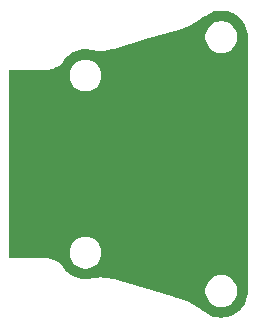
<source format=gbr>
%TF.GenerationSoftware,KiCad,Pcbnew,8.99.0-344-gfbc433deaa*%
%TF.CreationDate,2024-04-11T02:15:13-04:00*%
%TF.ProjectId,typeA,74797065-412e-46b6-9963-61645f706362,rev?*%
%TF.SameCoordinates,Original*%
%TF.FileFunction,Copper,L2,Bot*%
%TF.FilePolarity,Positive*%
%FSLAX46Y46*%
G04 Gerber Fmt 4.6, Leading zero omitted, Abs format (unit mm)*
G04 Created by KiCad (PCBNEW 8.99.0-344-gfbc433deaa) date 2024-04-11 02:15:13*
%MOMM*%
%LPD*%
G01*
G04 APERTURE LIST*
%TA.AperFunction,ComponentPad*%
%ADD10O,3.300000X1.500000*%
%TD*%
%TA.AperFunction,ComponentPad*%
%ADD11O,2.300000X1.500000*%
%TD*%
%TA.AperFunction,ViaPad*%
%ADD12C,0.450000*%
%TD*%
G04 APERTURE END LIST*
D10*
%TO.P,J1,SH,SH*%
%TO.N,GND*%
X174755000Y-90750000D03*
X174755000Y-105250000D03*
D11*
X180715000Y-90750000D03*
X180715000Y-105250000D03*
%TD*%
D12*
%TO.N,GND*%
X172218582Y-88957750D03*
X178903314Y-86844415D03*
X183310000Y-88840000D03*
X183260000Y-106960000D03*
X178660000Y-88810000D03*
X176470000Y-89400000D03*
X172100000Y-91760000D03*
X168480000Y-91940000D03*
X166190000Y-92440000D03*
X166130000Y-105130000D03*
X166100000Y-90430000D03*
X164850000Y-94780000D03*
X164850000Y-97330000D03*
X164830000Y-99920000D03*
X165530000Y-102750000D03*
X174490000Y-92380000D03*
X179200000Y-91750000D03*
X183170000Y-93670000D03*
X179030000Y-96470000D03*
X183180000Y-98890000D03*
X179160000Y-101250000D03*
X183330000Y-104500000D03*
X179020000Y-106260000D03*
X178390000Y-108690000D03*
X173070000Y-106920000D03*
X175440000Y-103430000D03*
X172130000Y-103910000D03*
X168220000Y-103810000D03*
X175700000Y-101500000D03*
X175700000Y-98500000D03*
X175700000Y-97000000D03*
X175700000Y-95500000D03*
X175700000Y-94000000D03*
X166600000Y-94000000D03*
X166600000Y-95500000D03*
X166600000Y-97000000D03*
X166600000Y-98500000D03*
X166600000Y-101500000D03*
X171400000Y-101000000D03*
X169100000Y-101000000D03*
X171400000Y-97900000D03*
X169100000Y-97900000D03*
X169100000Y-94800000D03*
X171400000Y-94800000D03*
%TD*%
%TA.AperFunction,Conductor*%
%TO.N,GND*%
G36*
X181974384Y-85015970D02*
G01*
X181981964Y-85016745D01*
X182245485Y-85060085D01*
X182252937Y-85061785D01*
X182329940Y-85084380D01*
X182509187Y-85136976D01*
X182516371Y-85139570D01*
X182761536Y-85245498D01*
X182768351Y-85248951D01*
X182998737Y-85384018D01*
X183005075Y-85388275D01*
X183217249Y-85550466D01*
X183223028Y-85555473D01*
X183413793Y-85742345D01*
X183418918Y-85748019D01*
X183585448Y-85956802D01*
X183589841Y-85963060D01*
X183729627Y-86190609D01*
X183733223Y-86197357D01*
X183844173Y-86440265D01*
X183846919Y-86447402D01*
X183927380Y-86702053D01*
X183929233Y-86709471D01*
X183977996Y-86972031D01*
X183978930Y-86979620D01*
X183995383Y-87248090D01*
X183995500Y-87251913D01*
X183995500Y-108748086D01*
X183995383Y-108751909D01*
X183978930Y-109020379D01*
X183977996Y-109027968D01*
X183929233Y-109290528D01*
X183927380Y-109297946D01*
X183846919Y-109552597D01*
X183844173Y-109559734D01*
X183733223Y-109802642D01*
X183729627Y-109809390D01*
X183589841Y-110036939D01*
X183585448Y-110043197D01*
X183418918Y-110251980D01*
X183413793Y-110257654D01*
X183223028Y-110444526D01*
X183217249Y-110449533D01*
X183005080Y-110611721D01*
X182998733Y-110615984D01*
X182768354Y-110751046D01*
X182761533Y-110754503D01*
X182516377Y-110860426D01*
X182509185Y-110863023D01*
X182252937Y-110938214D01*
X182245483Y-110939914D01*
X181981978Y-110983252D01*
X181974371Y-110984030D01*
X181707526Y-110994867D01*
X181699881Y-110994709D01*
X181433722Y-110972881D01*
X181426156Y-110971791D01*
X181367381Y-110959617D01*
X181164651Y-110917625D01*
X181157273Y-110915619D01*
X180904343Y-110829927D01*
X180897264Y-110827035D01*
X180656685Y-110711095D01*
X180650014Y-110707360D01*
X180423823Y-110561902D01*
X180420671Y-110559737D01*
X180230176Y-110420058D01*
X180230162Y-110420049D01*
X179830593Y-110161091D01*
X179830584Y-110161086D01*
X179830575Y-110161080D01*
X179416713Y-109925568D01*
X179416705Y-109925564D01*
X179416698Y-109925560D01*
X179416696Y-109925559D01*
X178989965Y-109714301D01*
X178551749Y-109527984D01*
X178240662Y-109416419D01*
X178103523Y-109367237D01*
X177988394Y-109333296D01*
X177931223Y-109316441D01*
X177931215Y-109316438D01*
X177875151Y-109299910D01*
X177827808Y-109285953D01*
X177827797Y-109285951D01*
X176370289Y-108856284D01*
X180399500Y-108856284D01*
X180399501Y-108856300D01*
X180432753Y-109066240D01*
X180432753Y-109066241D01*
X180498442Y-109268410D01*
X180498446Y-109268418D01*
X180594949Y-109457817D01*
X180719897Y-109629794D01*
X180870205Y-109780102D01*
X181042182Y-109905050D01*
X181042184Y-109905051D01*
X181231588Y-110001557D01*
X181433757Y-110067246D01*
X181522244Y-110081261D01*
X181643699Y-110100498D01*
X181643705Y-110100498D01*
X181643713Y-110100500D01*
X181643715Y-110100500D01*
X181856285Y-110100500D01*
X181856287Y-110100500D01*
X182066243Y-110067246D01*
X182268412Y-110001557D01*
X182457816Y-109905051D01*
X182629792Y-109780104D01*
X182780104Y-109629792D01*
X182905051Y-109457816D01*
X183001557Y-109268412D01*
X183067246Y-109066243D01*
X183100500Y-108856287D01*
X183100500Y-108643713D01*
X183067246Y-108433757D01*
X183001557Y-108231588D01*
X182905051Y-108042184D01*
X182780104Y-107870208D01*
X182780102Y-107870205D01*
X182629794Y-107719897D01*
X182457817Y-107594949D01*
X182268418Y-107498446D01*
X182268410Y-107498442D01*
X182066241Y-107432753D01*
X181856300Y-107399501D01*
X181856288Y-107399500D01*
X181856287Y-107399500D01*
X181643713Y-107399500D01*
X181643711Y-107399500D01*
X181643699Y-107399501D01*
X181433759Y-107432753D01*
X181433758Y-107432753D01*
X181231589Y-107498442D01*
X181231581Y-107498446D01*
X181042182Y-107594949D01*
X180870205Y-107719897D01*
X180719897Y-107870205D01*
X180594949Y-108042182D01*
X180498446Y-108231581D01*
X180498442Y-108231589D01*
X180432753Y-108433758D01*
X180432753Y-108433759D01*
X180399501Y-108643699D01*
X180399500Y-108643715D01*
X180399500Y-108856284D01*
X176370289Y-108856284D01*
X174101647Y-108187498D01*
X172672673Y-107766242D01*
X172672670Y-107766241D01*
X172670018Y-107765460D01*
X172670016Y-107765459D01*
X172626972Y-107752771D01*
X172626971Y-107752770D01*
X172626969Y-107752770D01*
X172573351Y-107736963D01*
X172573280Y-107736948D01*
X172474528Y-107707823D01*
X172163097Y-107644028D01*
X171847434Y-107606785D01*
X171847430Y-107606784D01*
X171847424Y-107606784D01*
X171847416Y-107606783D01*
X171847406Y-107606783D01*
X171529719Y-107596347D01*
X171529715Y-107596347D01*
X171212281Y-107612796D01*
X170897337Y-107656015D01*
X170744127Y-107690459D01*
X170740417Y-107691176D01*
X170709989Y-107696106D01*
X170478405Y-107733626D01*
X170470898Y-107734380D01*
X170207602Y-107744873D01*
X170200058Y-107744718D01*
X169937406Y-107723407D01*
X169929937Y-107722344D01*
X169671770Y-107669540D01*
X169664483Y-107667585D01*
X169414557Y-107584055D01*
X169407559Y-107581236D01*
X169169520Y-107468202D01*
X169162912Y-107464560D01*
X169060086Y-107399501D01*
X168940222Y-107323661D01*
X168934111Y-107319256D01*
X168730028Y-107152555D01*
X168724486Y-107147441D01*
X168541967Y-106957353D01*
X168537080Y-106951606D01*
X168377655Y-106739389D01*
X168375480Y-106736304D01*
X168349069Y-106696334D01*
X168348482Y-106695595D01*
X168312050Y-106640527D01*
X168312046Y-106640522D01*
X168157152Y-106465619D01*
X167979206Y-106314214D01*
X167781750Y-106189320D01*
X167781748Y-106189319D01*
X167568706Y-106093417D01*
X167568704Y-106093416D01*
X167568701Y-106093415D01*
X167344289Y-106028404D01*
X167112968Y-105995576D01*
X167112966Y-105995575D01*
X167112959Y-105995575D01*
X167052954Y-105995536D01*
X167052584Y-105995500D01*
X167046779Y-105995500D01*
X163906156Y-105995500D01*
X163893962Y-105994299D01*
X163856512Y-105986849D01*
X163833983Y-105977517D01*
X163807453Y-105959790D01*
X163790209Y-105942546D01*
X163772482Y-105916016D01*
X163763150Y-105893486D01*
X163755701Y-105856036D01*
X163754500Y-105843843D01*
X163754500Y-105606284D01*
X168899500Y-105606284D01*
X168899501Y-105606300D01*
X168932753Y-105816240D01*
X168932753Y-105816241D01*
X168998442Y-106018410D01*
X168998446Y-106018418D01*
X169094949Y-106207817D01*
X169219897Y-106379794D01*
X169370205Y-106530102D01*
X169542182Y-106655050D01*
X169542184Y-106655051D01*
X169731588Y-106751557D01*
X169933757Y-106817246D01*
X170022244Y-106831261D01*
X170143699Y-106850498D01*
X170143705Y-106850498D01*
X170143713Y-106850500D01*
X170143715Y-106850500D01*
X170356285Y-106850500D01*
X170356287Y-106850500D01*
X170566243Y-106817246D01*
X170768412Y-106751557D01*
X170957816Y-106655051D01*
X171129792Y-106530104D01*
X171280104Y-106379792D01*
X171405051Y-106207816D01*
X171501557Y-106018412D01*
X171567246Y-105816243D01*
X171600500Y-105606287D01*
X171600500Y-105393713D01*
X171567246Y-105183757D01*
X171501557Y-104981588D01*
X171405051Y-104792184D01*
X171280104Y-104620208D01*
X171280102Y-104620205D01*
X171129794Y-104469897D01*
X170957817Y-104344949D01*
X170768418Y-104248446D01*
X170768410Y-104248442D01*
X170566241Y-104182753D01*
X170356300Y-104149501D01*
X170356288Y-104149500D01*
X170356287Y-104149500D01*
X170143713Y-104149500D01*
X170143711Y-104149500D01*
X170143699Y-104149501D01*
X169933759Y-104182753D01*
X169933758Y-104182753D01*
X169731589Y-104248442D01*
X169731581Y-104248446D01*
X169542182Y-104344949D01*
X169370205Y-104469897D01*
X169219897Y-104620205D01*
X169094949Y-104792182D01*
X168998446Y-104981581D01*
X168998442Y-104981589D01*
X168932753Y-105183758D01*
X168932753Y-105183759D01*
X168899501Y-105393699D01*
X168899500Y-105393715D01*
X168899500Y-105606284D01*
X163754500Y-105606284D01*
X163754500Y-90606284D01*
X168899500Y-90606284D01*
X168899501Y-90606300D01*
X168932753Y-90816240D01*
X168932753Y-90816241D01*
X168998442Y-91018410D01*
X168998446Y-91018418D01*
X169094949Y-91207817D01*
X169219897Y-91379794D01*
X169370205Y-91530102D01*
X169542182Y-91655050D01*
X169542184Y-91655051D01*
X169731588Y-91751557D01*
X169933757Y-91817246D01*
X170022244Y-91831261D01*
X170143699Y-91850498D01*
X170143705Y-91850498D01*
X170143713Y-91850500D01*
X170143715Y-91850500D01*
X170356285Y-91850500D01*
X170356287Y-91850500D01*
X170566243Y-91817246D01*
X170768412Y-91751557D01*
X170957816Y-91655051D01*
X171129792Y-91530104D01*
X171280104Y-91379792D01*
X171405051Y-91207816D01*
X171501557Y-91018412D01*
X171567246Y-90816243D01*
X171600500Y-90606287D01*
X171600500Y-90393713D01*
X171567246Y-90183757D01*
X171501557Y-89981588D01*
X171405051Y-89792184D01*
X171326647Y-89684270D01*
X171280102Y-89620205D01*
X171129794Y-89469897D01*
X170957817Y-89344949D01*
X170768418Y-89248446D01*
X170768410Y-89248442D01*
X170566241Y-89182753D01*
X170356300Y-89149501D01*
X170356288Y-89149500D01*
X170356287Y-89149500D01*
X170143713Y-89149500D01*
X170143711Y-89149500D01*
X170143699Y-89149501D01*
X169933759Y-89182753D01*
X169933758Y-89182753D01*
X169731589Y-89248442D01*
X169731581Y-89248446D01*
X169542182Y-89344949D01*
X169370205Y-89469897D01*
X169219897Y-89620205D01*
X169094949Y-89792182D01*
X168998446Y-89981581D01*
X168998442Y-89981589D01*
X168932753Y-90183758D01*
X168932753Y-90183759D01*
X168899501Y-90393699D01*
X168899500Y-90393715D01*
X168899500Y-90606284D01*
X163754500Y-90606284D01*
X163754500Y-90156156D01*
X163755701Y-90143963D01*
X163756919Y-90137838D01*
X163763151Y-90106510D01*
X163772480Y-90083986D01*
X163790209Y-90057452D01*
X163807453Y-90040209D01*
X163833986Y-90022480D01*
X163856510Y-90013151D01*
X163887838Y-90006919D01*
X163893963Y-90005701D01*
X163906156Y-90004500D01*
X163944875Y-90004500D01*
X166945320Y-90004500D01*
X166945340Y-90004501D01*
X166951289Y-90004501D01*
X166951291Y-90004502D01*
X166970287Y-90004501D01*
X166970332Y-90004519D01*
X166996166Y-90004501D01*
X166996166Y-90004502D01*
X166998981Y-90004500D01*
X167046779Y-90004500D01*
X167052865Y-90004500D01*
X167053248Y-90004460D01*
X167112982Y-90004419D01*
X167344295Y-89971582D01*
X167344299Y-89971580D01*
X167344303Y-89971580D01*
X167479317Y-89932465D01*
X167568700Y-89906570D01*
X167781743Y-89810673D01*
X167979199Y-89685793D01*
X168157150Y-89534407D01*
X168312064Y-89359520D01*
X168348549Y-89304385D01*
X168348798Y-89304074D01*
X168351795Y-89299537D01*
X168351798Y-89299536D01*
X168375487Y-89263686D01*
X168377661Y-89260602D01*
X168461125Y-89149500D01*
X168537084Y-89048387D01*
X168541967Y-89042646D01*
X168724486Y-88852558D01*
X168730019Y-88847451D01*
X168934121Y-88680734D01*
X168940211Y-88676345D01*
X169162922Y-88535433D01*
X169169509Y-88531803D01*
X169407561Y-88418762D01*
X169414557Y-88415944D01*
X169664490Y-88332411D01*
X169671763Y-88330460D01*
X169929943Y-88277654D01*
X169937398Y-88276593D01*
X170200068Y-88255280D01*
X170207593Y-88255126D01*
X170470901Y-88265619D01*
X170478402Y-88266372D01*
X170740073Y-88308767D01*
X170743741Y-88309476D01*
X170897329Y-88344010D01*
X171212260Y-88387236D01*
X171529717Y-88403689D01*
X171847429Y-88393251D01*
X172163122Y-88355997D01*
X172474536Y-88292194D01*
X172596952Y-88256083D01*
X172596954Y-88256083D01*
X172636138Y-88244526D01*
X175649215Y-87356284D01*
X180399500Y-87356284D01*
X180399501Y-87356300D01*
X180432753Y-87566240D01*
X180432753Y-87566241D01*
X180498442Y-87768410D01*
X180498446Y-87768418D01*
X180594949Y-87957817D01*
X180719897Y-88129794D01*
X180870205Y-88280102D01*
X181042182Y-88405050D01*
X181042184Y-88405051D01*
X181231588Y-88501557D01*
X181433757Y-88567246D01*
X181522244Y-88581261D01*
X181643699Y-88600498D01*
X181643705Y-88600498D01*
X181643713Y-88600500D01*
X181643715Y-88600500D01*
X181856285Y-88600500D01*
X181856287Y-88600500D01*
X182066243Y-88567246D01*
X182268412Y-88501557D01*
X182457816Y-88405051D01*
X182629792Y-88280104D01*
X182780104Y-88129792D01*
X182905051Y-87957816D01*
X183001557Y-87768412D01*
X183067246Y-87566243D01*
X183100500Y-87356287D01*
X183100500Y-87143713D01*
X183067246Y-86933757D01*
X183001557Y-86731588D01*
X182905051Y-86542184D01*
X182846201Y-86461184D01*
X182780102Y-86370205D01*
X182629794Y-86219897D01*
X182457817Y-86094949D01*
X182268418Y-85998446D01*
X182268410Y-85998442D01*
X182066241Y-85932753D01*
X181856300Y-85899501D01*
X181856288Y-85899500D01*
X181856287Y-85899500D01*
X181643713Y-85899500D01*
X181643711Y-85899500D01*
X181643699Y-85899501D01*
X181433759Y-85932753D01*
X181433758Y-85932753D01*
X181231589Y-85998442D01*
X181231581Y-85998446D01*
X181042182Y-86094949D01*
X180870205Y-86219897D01*
X180719897Y-86370205D01*
X180594949Y-86542182D01*
X180498446Y-86731581D01*
X180498442Y-86731589D01*
X180432753Y-86933758D01*
X180432753Y-86933759D01*
X180399501Y-87143699D01*
X180399500Y-87143715D01*
X180399500Y-87356284D01*
X175649215Y-87356284D01*
X177822917Y-86715486D01*
X177822925Y-86715486D01*
X177832108Y-86712778D01*
X177832109Y-86712779D01*
X177850923Y-86707232D01*
X177850957Y-86707235D01*
X177875156Y-86700100D01*
X177875157Y-86700101D01*
X178103528Y-86632773D01*
X178551754Y-86472021D01*
X178989968Y-86285701D01*
X179416715Y-86074433D01*
X179830575Y-85838919D01*
X180230172Y-85579942D01*
X180381085Y-85469285D01*
X180381099Y-85469277D01*
X180387693Y-85464441D01*
X180420643Y-85440280D01*
X180423772Y-85438130D01*
X180650024Y-85292632D01*
X180656674Y-85288909D01*
X180897272Y-85172960D01*
X180904335Y-85170074D01*
X181157280Y-85084377D01*
X181164643Y-85082375D01*
X181426172Y-85028205D01*
X181433705Y-85027120D01*
X181699887Y-85005289D01*
X181707520Y-85005132D01*
X181974384Y-85015970D01*
G37*
%TD.AperFunction*%
%TD*%
M02*

</source>
